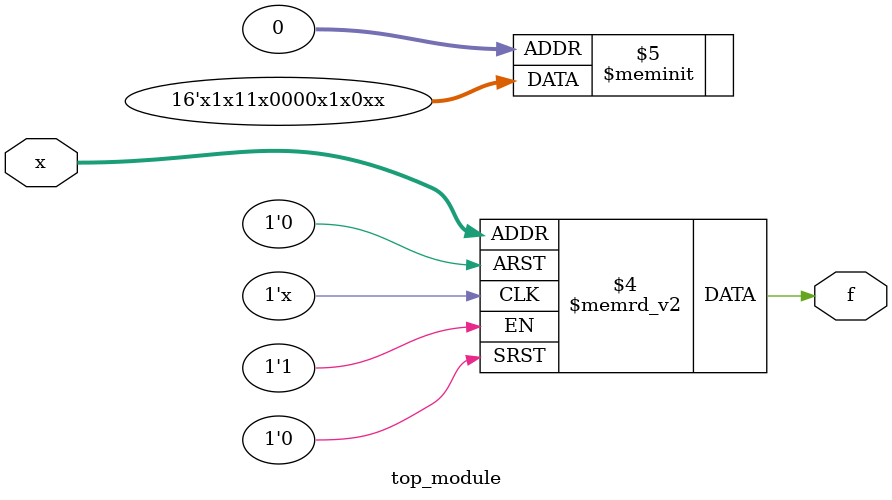
<source format=sv>
module top_module (
	input [4:1] x,
	output logic f
);

	always_comb begin
		case (x)
			4'h0: f = 1'bx;
			4'h1, 4'h3, 4'ha, 4'hd, 4'hf: f = 1'bx;
			4'h2, 4'h6, 4'h7, 4'h8, 4'h9: f = 0;
			4'h4, 4'hb, 4'hc, 4'he: f = 1;
		endcase
	end

endmodule

</source>
